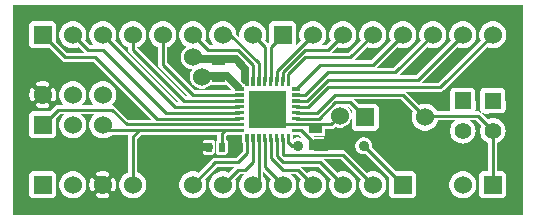
<source format=gbr>
G04 start of page 2 for group 0 idx 0 *
G04 Title: (unknown), component *
G04 Creator: pcb 20110918 *
G04 CreationDate: Tue Aug  6 21:11:03 2013 UTC *
G04 For: mokus *
G04 Format: Gerber/RS-274X *
G04 PCB-Dimensions: 170000 70000 *
G04 PCB-Coordinate-Origin: lower left *
%MOIN*%
%FSLAX25Y25*%
%LNTOP*%
%ADD76C,0.0280*%
%ADD75C,0.0300*%
%ADD74C,0.0380*%
%ADD73C,0.0200*%
%ADD72C,0.0350*%
%ADD71C,0.0360*%
%ADD70R,0.0335X0.0335*%
%ADD69R,0.0216X0.0216*%
%ADD68R,0.0110X0.0110*%
%ADD67C,0.0550*%
%ADD66C,0.0600*%
%ADD65C,0.0400*%
%ADD64C,0.0100*%
%ADD63C,0.0250*%
%ADD62C,0.0001*%
G54D62*G36*
X96449Y25675D02*Y25396D01*
X96275Y25503D01*
X95868Y25671D01*
X95439Y25774D01*
X95000Y25809D01*
X94561Y25774D01*
X94132Y25671D01*
X93725Y25503D01*
X93505Y25368D01*
X93436Y25326D01*
X93432Y26561D01*
X95556Y26568D01*
X96449Y25675D01*
G37*
G36*
X170000Y70000D02*Y0D01*
X160000D01*
Y5507D01*
X163235Y5514D01*
X163465Y5569D01*
X163683Y5659D01*
X163884Y5783D01*
X164064Y5936D01*
X164217Y6116D01*
X164341Y6317D01*
X164431Y6535D01*
X164486Y6765D01*
X164500Y7000D01*
X164486Y13235D01*
X164431Y13465D01*
X164341Y13683D01*
X164217Y13884D01*
X164064Y14064D01*
X163884Y14217D01*
X163683Y14341D01*
X163465Y14431D01*
X163235Y14486D01*
X163000Y14500D01*
X161500Y14497D01*
Y24007D01*
X161935Y24188D01*
X162506Y24537D01*
X163014Y24972D01*
X163449Y25480D01*
X163798Y26051D01*
X164054Y26669D01*
X164211Y27319D01*
X164250Y27986D01*
X164211Y28653D01*
X164054Y29303D01*
X163798Y29921D01*
X163449Y30492D01*
X163014Y31000D01*
X162506Y31435D01*
X161935Y31784D01*
X161317Y32040D01*
X160667Y32197D01*
X160000Y32249D01*
Y33743D01*
X162985Y33750D01*
X163215Y33805D01*
X163433Y33895D01*
X163634Y34019D01*
X163814Y34172D01*
X163967Y34352D01*
X164091Y34553D01*
X164181Y34771D01*
X164236Y35001D01*
X164250Y35236D01*
X164236Y40971D01*
X164181Y41201D01*
X164091Y41419D01*
X163967Y41620D01*
X163814Y41800D01*
X163634Y41953D01*
X163433Y42077D01*
X163215Y42167D01*
X162985Y42222D01*
X162750Y42236D01*
X160000Y42229D01*
Y55486D01*
X160706Y55542D01*
X161395Y55707D01*
X162049Y55978D01*
X162653Y56348D01*
X163192Y56808D01*
X163652Y57347D01*
X164022Y57951D01*
X164293Y58605D01*
X164458Y59294D01*
X164500Y60000D01*
X164458Y60706D01*
X164293Y61395D01*
X164022Y62049D01*
X163652Y62653D01*
X163192Y63192D01*
X162653Y63652D01*
X162049Y64022D01*
X161395Y64293D01*
X160706Y64458D01*
X160000Y64514D01*
Y70000D01*
X170000D01*
G37*
G36*
X160000Y32249D02*X159333Y32197D01*
X158683Y32040D01*
X158257Y31864D01*
X156102Y34019D01*
X156064Y34064D01*
X155884Y34217D01*
X155683Y34341D01*
X155465Y34431D01*
X155235Y34486D01*
X155000Y34505D01*
X154941Y34500D01*
X154050D01*
X154091Y34567D01*
X154181Y34785D01*
X154236Y35015D01*
X154250Y35250D01*
X154236Y40985D01*
X154181Y41215D01*
X154091Y41433D01*
X153967Y41634D01*
X153814Y41814D01*
X153634Y41967D01*
X153433Y42091D01*
X153215Y42181D01*
X152985Y42236D01*
X152750Y42250D01*
X147015Y42236D01*
X146785Y42181D01*
X146567Y42091D01*
X146366Y41967D01*
X146186Y41814D01*
X146033Y41634D01*
X145909Y41433D01*
X145819Y41215D01*
X145764Y40985D01*
X145750Y40750D01*
X145764Y35015D01*
X145819Y34785D01*
X145909Y34567D01*
X145950Y34500D01*
X141542D01*
X141522Y34549D01*
X141152Y35153D01*
X140692Y35692D01*
X140153Y36152D01*
X139549Y36522D01*
X138895Y36793D01*
X138206Y36958D01*
X137500Y37014D01*
X136794Y36958D01*
X136105Y36793D01*
X135556Y36565D01*
X131121Y41000D01*
X142441D01*
X142500Y40995D01*
X142735Y41014D01*
X142735Y41014D01*
X142965Y41069D01*
X143183Y41159D01*
X143384Y41283D01*
X143564Y41436D01*
X143602Y41481D01*
X158056Y55935D01*
X158605Y55707D01*
X159294Y55542D01*
X160000Y55486D01*
Y42229D01*
X157015Y42222D01*
X156785Y42167D01*
X156567Y42077D01*
X156366Y41953D01*
X156186Y41800D01*
X156033Y41620D01*
X155909Y41419D01*
X155819Y41201D01*
X155764Y40971D01*
X155750Y40736D01*
X155764Y35001D01*
X155819Y34771D01*
X155909Y34553D01*
X156033Y34352D01*
X156186Y34172D01*
X156366Y34019D01*
X156567Y33895D01*
X156785Y33805D01*
X157015Y33750D01*
X157250Y33736D01*
X160000Y33743D01*
Y32249D01*
G37*
G36*
Y0D02*X149993D01*
Y5487D01*
X150000Y5486D01*
X150706Y5542D01*
X151395Y5707D01*
X152049Y5978D01*
X152653Y6348D01*
X153192Y6808D01*
X153652Y7347D01*
X154022Y7951D01*
X154293Y8605D01*
X154458Y9294D01*
X154500Y10000D01*
X154458Y10706D01*
X154293Y11395D01*
X154022Y12049D01*
X153652Y12653D01*
X153192Y13192D01*
X152653Y13652D01*
X152049Y14022D01*
X151395Y14293D01*
X150706Y14458D01*
X150000Y14514D01*
X149993Y14513D01*
Y23737D01*
X150000Y23737D01*
X150667Y23789D01*
X151317Y23946D01*
X151935Y24202D01*
X152506Y24551D01*
X153014Y24986D01*
X153449Y25494D01*
X153798Y26065D01*
X154054Y26683D01*
X154211Y27333D01*
X154250Y28000D01*
X154211Y28667D01*
X154054Y29317D01*
X153798Y29935D01*
X153449Y30506D01*
X153014Y31014D01*
X152506Y31449D01*
X152422Y31500D01*
X154379D01*
X156130Y29749D01*
X155946Y29303D01*
X155789Y28653D01*
X155737Y27986D01*
X155789Y27319D01*
X155946Y26669D01*
X156202Y26051D01*
X156551Y25480D01*
X156986Y24972D01*
X157494Y24537D01*
X158065Y24188D01*
X158500Y24007D01*
Y14490D01*
X156765Y14486D01*
X156535Y14431D01*
X156317Y14341D01*
X156116Y14217D01*
X155936Y14064D01*
X155783Y13884D01*
X155659Y13683D01*
X155569Y13465D01*
X155514Y13235D01*
X155500Y13000D01*
X155514Y6765D01*
X155569Y6535D01*
X155659Y6317D01*
X155783Y6116D01*
X155936Y5936D01*
X156116Y5783D01*
X156317Y5659D01*
X156535Y5569D01*
X156765Y5514D01*
X157000Y5500D01*
X160000Y5507D01*
Y0D01*
G37*
G36*
X149993D02*X124346D01*
Y8825D01*
X124458Y9294D01*
X124500Y10000D01*
X124458Y10706D01*
X124346Y11175D01*
Y13533D01*
X125501Y12377D01*
X125514Y6765D01*
X125569Y6535D01*
X125659Y6317D01*
X125783Y6116D01*
X125936Y5936D01*
X126116Y5783D01*
X126317Y5659D01*
X126535Y5569D01*
X126765Y5514D01*
X127000Y5500D01*
X133235Y5514D01*
X133465Y5569D01*
X133683Y5659D01*
X133884Y5783D01*
X134064Y5936D01*
X134217Y6116D01*
X134341Y6317D01*
X134431Y6535D01*
X134486Y6765D01*
X134500Y7000D01*
X134486Y13235D01*
X134431Y13465D01*
X134341Y13683D01*
X134217Y13884D01*
X134064Y14064D01*
X133884Y14217D01*
X133683Y14341D01*
X133465Y14431D01*
X133235Y14486D01*
X133000Y14500D01*
X127633Y14488D01*
X124346Y17776D01*
Y38500D01*
X129379D01*
X133435Y34444D01*
X133207Y33895D01*
X133042Y33206D01*
X132986Y32500D01*
X133042Y31794D01*
X133207Y31105D01*
X133478Y30451D01*
X133848Y29847D01*
X134308Y29308D01*
X134847Y28848D01*
X135451Y28478D01*
X136105Y28207D01*
X136794Y28042D01*
X137500Y27986D01*
X138206Y28042D01*
X138895Y28207D01*
X139549Y28478D01*
X140153Y28848D01*
X140692Y29308D01*
X141152Y29847D01*
X141522Y30451D01*
X141793Y31105D01*
X141888Y31500D01*
X147578D01*
X147494Y31449D01*
X146986Y31014D01*
X146551Y30506D01*
X146202Y29935D01*
X145946Y29317D01*
X145789Y28667D01*
X145737Y28000D01*
X145789Y27333D01*
X145946Y26683D01*
X146202Y26065D01*
X146551Y25494D01*
X146986Y24986D01*
X147494Y24551D01*
X148065Y24202D01*
X148683Y23946D01*
X149333Y23789D01*
X149993Y23737D01*
Y14513D01*
X149294Y14458D01*
X148605Y14293D01*
X147951Y14022D01*
X147347Y13652D01*
X146808Y13192D01*
X146348Y12653D01*
X145978Y12049D01*
X145707Y11395D01*
X145542Y10706D01*
X145486Y10000D01*
X145542Y9294D01*
X145707Y8605D01*
X145978Y7951D01*
X146348Y7347D01*
X146808Y6808D01*
X147347Y6348D01*
X147951Y5978D01*
X148605Y5707D01*
X149294Y5542D01*
X149993Y5487D01*
Y0D01*
G37*
G36*
X160000Y70000D02*Y64514D01*
X159294Y64458D01*
X158605Y64293D01*
X157951Y64022D01*
X157347Y63652D01*
X156808Y63192D01*
X156348Y62653D01*
X155978Y62049D01*
X155707Y61395D01*
X155542Y60706D01*
X155486Y60000D01*
X155542Y59294D01*
X155707Y58605D01*
X155935Y58056D01*
X141879Y44000D01*
X136121D01*
X148056Y55935D01*
X148605Y55707D01*
X149294Y55542D01*
X150000Y55486D01*
X150706Y55542D01*
X151395Y55707D01*
X152049Y55978D01*
X152653Y56348D01*
X153192Y56808D01*
X153652Y57347D01*
X154022Y57951D01*
X154293Y58605D01*
X154458Y59294D01*
X154500Y60000D01*
X154458Y60706D01*
X154293Y61395D01*
X154022Y62049D01*
X153652Y62653D01*
X153192Y63192D01*
X152653Y63652D01*
X152049Y64022D01*
X151395Y64293D01*
X150706Y64458D01*
X150000Y64514D01*
X149294Y64458D01*
X148605Y64293D01*
X147951Y64022D01*
X147347Y63652D01*
X146808Y63192D01*
X146348Y62653D01*
X145978Y62049D01*
X145707Y61395D01*
X145542Y60706D01*
X145486Y60000D01*
X145542Y59294D01*
X145707Y58605D01*
X145935Y58056D01*
X134379Y46500D01*
X128621D01*
X138056Y55935D01*
X138605Y55707D01*
X139294Y55542D01*
X140000Y55486D01*
X140706Y55542D01*
X141395Y55707D01*
X142049Y55978D01*
X142653Y56348D01*
X143192Y56808D01*
X143652Y57347D01*
X144022Y57951D01*
X144293Y58605D01*
X144458Y59294D01*
X144500Y60000D01*
X144458Y60706D01*
X144293Y61395D01*
X144022Y62049D01*
X143652Y62653D01*
X143192Y63192D01*
X142653Y63652D01*
X142049Y64022D01*
X141395Y64293D01*
X140706Y64458D01*
X140000Y64514D01*
X139294Y64458D01*
X138605Y64293D01*
X137951Y64022D01*
X137347Y63652D01*
X136808Y63192D01*
X136348Y62653D01*
X135978Y62049D01*
X135707Y61395D01*
X135542Y60706D01*
X135486Y60000D01*
X135542Y59294D01*
X135707Y58605D01*
X135935Y58056D01*
X126879Y49000D01*
X124346D01*
Y52224D01*
X128056Y55935D01*
X128605Y55707D01*
X129294Y55542D01*
X130000Y55486D01*
X130706Y55542D01*
X131395Y55707D01*
X132049Y55978D01*
X132653Y56348D01*
X133192Y56808D01*
X133652Y57347D01*
X134022Y57951D01*
X134293Y58605D01*
X134458Y59294D01*
X134500Y60000D01*
X134458Y60706D01*
X134293Y61395D01*
X134022Y62049D01*
X133652Y62653D01*
X133192Y63192D01*
X132653Y63652D01*
X132049Y64022D01*
X131395Y64293D01*
X130706Y64458D01*
X130000Y64514D01*
X129294Y64458D01*
X128605Y64293D01*
X127951Y64022D01*
X127347Y63652D01*
X126808Y63192D01*
X126348Y62653D01*
X125978Y62049D01*
X125707Y61395D01*
X125542Y60706D01*
X125486Y60000D01*
X125542Y59294D01*
X125707Y58605D01*
X125935Y58056D01*
X124346Y56467D01*
Y58825D01*
X124458Y59294D01*
X124500Y60000D01*
X124458Y60706D01*
X124346Y61175D01*
Y70000D01*
X160000D01*
G37*
G36*
X124346Y56467D02*X119379Y51500D01*
X113621D01*
X118056Y55935D01*
X118605Y55707D01*
X119294Y55542D01*
X120000Y55486D01*
X120706Y55542D01*
X121395Y55707D01*
X122049Y55978D01*
X122653Y56348D01*
X123192Y56808D01*
X123652Y57347D01*
X124022Y57951D01*
X124293Y58605D01*
X124346Y58825D01*
Y56467D01*
G37*
G36*
Y49000D02*X121121D01*
X124346Y52224D01*
Y49000D01*
G37*
G36*
Y11175D02*X124293Y11395D01*
X124022Y12049D01*
X123652Y12653D01*
X123192Y13192D01*
X122653Y13652D01*
X122049Y14022D01*
X121395Y14293D01*
X120706Y14458D01*
X120000Y14514D01*
X119294Y14458D01*
X118605Y14293D01*
X118056Y14065D01*
X111102Y21019D01*
X111064Y21064D01*
X110884Y21217D01*
X110683Y21341D01*
X110465Y21431D01*
X110235Y21486D01*
X110235Y21486D01*
X110000Y21505D01*
X109941Y21500D01*
X104161D01*
X104165Y21572D01*
X104156Y25075D01*
X104119Y25228D01*
X104059Y25373D01*
X103977Y25508D01*
X103874Y25627D01*
X103755Y25730D01*
X103620Y25812D01*
X103475Y25872D01*
X103322Y25909D01*
X103165Y25918D01*
X100454Y25912D01*
X100281Y26085D01*
X103322Y26091D01*
X103475Y26128D01*
X103620Y26188D01*
X103755Y26270D01*
X103874Y26373D01*
X103977Y26492D01*
X104059Y26627D01*
X104119Y26772D01*
X104156Y26925D01*
X104165Y27082D01*
X104161Y28579D01*
X106020D01*
X106079Y28574D01*
X106314Y28593D01*
X106314Y28593D01*
X106544Y28648D01*
X106762Y28738D01*
X106963Y28862D01*
X107143Y29015D01*
X107181Y29060D01*
X107439Y29317D01*
X107760Y29184D01*
X108372Y29037D01*
X109000Y28988D01*
X109628Y29037D01*
X110240Y29184D01*
X110822Y29425D01*
X111358Y29754D01*
X111837Y30163D01*
X112246Y30642D01*
X112575Y31178D01*
X112816Y31760D01*
X112963Y32372D01*
X113000Y33000D01*
X112963Y33628D01*
X112816Y34240D01*
X112575Y34822D01*
X112246Y35358D01*
X111837Y35837D01*
X111646Y36000D01*
X111879D01*
X113001Y34877D01*
X113014Y29265D01*
X113069Y29035D01*
X113159Y28817D01*
X113283Y28616D01*
X113436Y28436D01*
X113616Y28283D01*
X113817Y28159D01*
X114035Y28069D01*
X114265Y28014D01*
X114500Y28000D01*
X120735Y28014D01*
X120965Y28069D01*
X121183Y28159D01*
X121384Y28283D01*
X121564Y28436D01*
X121717Y28616D01*
X121841Y28817D01*
X121931Y29035D01*
X121986Y29265D01*
X122000Y29500D01*
X121986Y35735D01*
X121931Y35965D01*
X121841Y36183D01*
X121717Y36384D01*
X121564Y36564D01*
X121384Y36717D01*
X121183Y36841D01*
X120965Y36931D01*
X120735Y36986D01*
X120500Y37000D01*
X115133Y36988D01*
X113621Y38500D01*
X124346D01*
Y17776D01*
X119733Y22389D01*
X119774Y22561D01*
X119800Y23000D01*
X119774Y23439D01*
X119671Y23868D01*
X119503Y24275D01*
X119272Y24651D01*
X118986Y24986D01*
X118651Y25272D01*
X118275Y25503D01*
X117868Y25671D01*
X117439Y25774D01*
X117000Y25809D01*
X116561Y25774D01*
X116132Y25671D01*
X115725Y25503D01*
X115349Y25272D01*
X115014Y24986D01*
X114728Y24651D01*
X114497Y24275D01*
X114329Y23868D01*
X114226Y23439D01*
X114191Y23000D01*
X114226Y22561D01*
X114329Y22132D01*
X114497Y21725D01*
X114728Y21349D01*
X115014Y21014D01*
X115349Y20728D01*
X115725Y20497D01*
X116132Y20329D01*
X116561Y20226D01*
X117000Y20191D01*
X117439Y20226D01*
X117611Y20267D01*
X124346Y13533D01*
Y11175D01*
G37*
G36*
Y0D02*X85000D01*
Y12879D01*
X85935Y11944D01*
X85707Y11395D01*
X85542Y10706D01*
X85486Y10000D01*
X85542Y9294D01*
X85707Y8605D01*
X85978Y7951D01*
X86348Y7347D01*
X86808Y6808D01*
X87347Y6348D01*
X87951Y5978D01*
X88605Y5707D01*
X89294Y5542D01*
X90000Y5486D01*
X90706Y5542D01*
X91395Y5707D01*
X92049Y5978D01*
X92653Y6348D01*
X93192Y6808D01*
X93652Y7347D01*
X94022Y7951D01*
X94293Y8605D01*
X94458Y9294D01*
X94500Y10000D01*
X94458Y10706D01*
X94293Y11395D01*
X94022Y12049D01*
X93652Y12653D01*
X93192Y13192D01*
X92831Y13500D01*
X94379D01*
X95935Y11944D01*
X95707Y11395D01*
X95542Y10706D01*
X95486Y10000D01*
X95542Y9294D01*
X95707Y8605D01*
X95978Y7951D01*
X96348Y7347D01*
X96808Y6808D01*
X97347Y6348D01*
X97951Y5978D01*
X98605Y5707D01*
X99294Y5542D01*
X100000Y5486D01*
X100706Y5542D01*
X101395Y5707D01*
X102049Y5978D01*
X102653Y6348D01*
X103192Y6808D01*
X103652Y7347D01*
X104022Y7951D01*
X104293Y8605D01*
X104458Y9294D01*
X104500Y10000D01*
X104458Y10706D01*
X104293Y11395D01*
X104022Y12049D01*
X103652Y12653D01*
X103192Y13192D01*
X102653Y13652D01*
X102049Y14022D01*
X101395Y14293D01*
X100706Y14458D01*
X100000Y14514D01*
X99294Y14458D01*
X98605Y14293D01*
X98056Y14065D01*
X96121Y16000D01*
X101879D01*
X105935Y11944D01*
X105707Y11395D01*
X105542Y10706D01*
X105486Y10000D01*
X105542Y9294D01*
X105707Y8605D01*
X105978Y7951D01*
X106348Y7347D01*
X106808Y6808D01*
X107347Y6348D01*
X107951Y5978D01*
X108605Y5707D01*
X109294Y5542D01*
X110000Y5486D01*
X110706Y5542D01*
X111395Y5707D01*
X112049Y5978D01*
X112653Y6348D01*
X113192Y6808D01*
X113652Y7347D01*
X114022Y7951D01*
X114293Y8605D01*
X114458Y9294D01*
X114500Y10000D01*
X114458Y10706D01*
X114293Y11395D01*
X114022Y12049D01*
X113652Y12653D01*
X113192Y13192D01*
X112653Y13652D01*
X112049Y14022D01*
X111395Y14293D01*
X110706Y14458D01*
X110000Y14514D01*
X109294Y14458D01*
X108605Y14293D01*
X108056Y14065D01*
X103621Y18500D01*
X109379D01*
X115935Y11944D01*
X115707Y11395D01*
X115542Y10706D01*
X115486Y10000D01*
X115542Y9294D01*
X115707Y8605D01*
X115978Y7951D01*
X116348Y7347D01*
X116808Y6808D01*
X117347Y6348D01*
X117951Y5978D01*
X118605Y5707D01*
X119294Y5542D01*
X120000Y5486D01*
X120706Y5542D01*
X121395Y5707D01*
X122049Y5978D01*
X122653Y6348D01*
X123192Y6808D01*
X123652Y7347D01*
X124022Y7951D01*
X124293Y8605D01*
X124346Y8825D01*
Y0D01*
G37*
G36*
Y70000D02*Y61175D01*
X124293Y61395D01*
X124022Y62049D01*
X123652Y62653D01*
X123192Y63192D01*
X122653Y63652D01*
X122049Y64022D01*
X121395Y64293D01*
X120706Y64458D01*
X120000Y64514D01*
X119294Y64458D01*
X118605Y64293D01*
X117951Y64022D01*
X117347Y63652D01*
X116808Y63192D01*
X116348Y62653D01*
X115978Y62049D01*
X115707Y61395D01*
X115542Y60706D01*
X115486Y60000D01*
X115542Y59294D01*
X115707Y58605D01*
X115935Y58056D01*
X111879Y54000D01*
X106121D01*
X108056Y55935D01*
X108605Y55707D01*
X109294Y55542D01*
X110000Y55486D01*
X110706Y55542D01*
X111395Y55707D01*
X112049Y55978D01*
X112653Y56348D01*
X113192Y56808D01*
X113652Y57347D01*
X114022Y57951D01*
X114293Y58605D01*
X114458Y59294D01*
X114500Y60000D01*
X114458Y60706D01*
X114293Y61395D01*
X114022Y62049D01*
X113652Y62653D01*
X113192Y63192D01*
X112653Y63652D01*
X112049Y64022D01*
X111395Y64293D01*
X110706Y64458D01*
X110000Y64514D01*
X109294Y64458D01*
X108605Y64293D01*
X107951Y64022D01*
X107347Y63652D01*
X106808Y63192D01*
X106348Y62653D01*
X105978Y62049D01*
X105707Y61395D01*
X105542Y60706D01*
X105486Y60000D01*
X105542Y59294D01*
X105707Y58605D01*
X105935Y58056D01*
X104379Y56500D01*
X102831D01*
X103192Y56808D01*
X103652Y57347D01*
X104022Y57951D01*
X104293Y58605D01*
X104458Y59294D01*
X104500Y60000D01*
X104458Y60706D01*
X104293Y61395D01*
X104022Y62049D01*
X103652Y62653D01*
X103192Y63192D01*
X102653Y63652D01*
X102049Y64022D01*
X101395Y64293D01*
X100706Y64458D01*
X100000Y64514D01*
X99294Y64458D01*
X98605Y64293D01*
X97951Y64022D01*
X97347Y63652D01*
X96808Y63192D01*
X96348Y62653D01*
X95978Y62049D01*
X95707Y61395D01*
X95542Y60706D01*
X95486Y60000D01*
X95542Y59294D01*
X95707Y58605D01*
X95935Y58056D01*
X94436Y56558D01*
X94486Y56765D01*
X94500Y57000D01*
X94486Y63235D01*
X94431Y63465D01*
X94341Y63683D01*
X94217Y63884D01*
X94064Y64064D01*
X93884Y64217D01*
X93683Y64341D01*
X93465Y64431D01*
X93235Y64486D01*
X93000Y64500D01*
X86765Y64486D01*
X86535Y64431D01*
X86317Y64341D01*
X86116Y64217D01*
X85936Y64064D01*
X85783Y63884D01*
X85659Y63683D01*
X85569Y63465D01*
X85514Y63235D01*
X85500Y63000D01*
X85512Y57633D01*
X85000Y57121D01*
Y70000D01*
X124346D01*
G37*
G36*
X65335Y13214D02*X68121Y16000D01*
X73879D01*
X71944Y14065D01*
X71395Y14293D01*
X70706Y14458D01*
X70000Y14514D01*
X69294Y14458D01*
X68605Y14293D01*
X67951Y14022D01*
X67347Y13652D01*
X66808Y13192D01*
X66348Y12653D01*
X65978Y12049D01*
X65707Y11395D01*
X65542Y10706D01*
X65486Y10000D01*
X65542Y9294D01*
X65707Y8605D01*
X65978Y7951D01*
X66348Y7347D01*
X66808Y6808D01*
X67347Y6348D01*
X67951Y5978D01*
X68605Y5707D01*
X69294Y5542D01*
X70000Y5486D01*
X70706Y5542D01*
X71395Y5707D01*
X72049Y5978D01*
X72653Y6348D01*
X73192Y6808D01*
X73652Y7347D01*
X74022Y7951D01*
X74293Y8605D01*
X74458Y9294D01*
X74500Y10000D01*
X74458Y10706D01*
X74293Y11395D01*
X74065Y11944D01*
X75621Y13500D01*
X77169D01*
X76808Y13192D01*
X76348Y12653D01*
X75978Y12049D01*
X75707Y11395D01*
X75542Y10706D01*
X75486Y10000D01*
X75542Y9294D01*
X75707Y8605D01*
X75978Y7951D01*
X76348Y7347D01*
X76808Y6808D01*
X77347Y6348D01*
X77951Y5978D01*
X78605Y5707D01*
X79294Y5542D01*
X80000Y5486D01*
X80706Y5542D01*
X81395Y5707D01*
X82049Y5978D01*
X82653Y6348D01*
X83192Y6808D01*
X83652Y7347D01*
X84022Y7951D01*
X84293Y8605D01*
X84458Y9294D01*
X84500Y10000D01*
X84458Y10706D01*
X84293Y11395D01*
X84022Y12049D01*
X83652Y12653D01*
X83548Y12775D01*
Y14331D01*
X85000Y12879D01*
Y0D01*
X65335D01*
Y13214D01*
G37*
G36*
Y26611D02*X68165D01*
Y24885D01*
X68160Y24883D01*
X68127Y24869D01*
X67993Y24787D01*
X67873Y24685D01*
X67771Y24565D01*
X67689Y24431D01*
X67629Y24285D01*
X67592Y24132D01*
X67582Y23976D01*
X67592Y20868D01*
X67629Y20715D01*
X67689Y20569D01*
X67771Y20435D01*
X67873Y20315D01*
X67993Y20213D01*
X68127Y20131D01*
X68273Y20071D01*
X68426Y20034D01*
X68582Y20024D01*
X70904Y20034D01*
X71057Y20071D01*
X71203Y20131D01*
X71337Y20213D01*
X71457Y20315D01*
X71559Y20435D01*
X71641Y20569D01*
X71701Y20715D01*
X71738Y20868D01*
X71748Y21024D01*
X71738Y24132D01*
X71701Y24285D01*
X71641Y24431D01*
X71559Y24565D01*
X71457Y24685D01*
X71337Y24787D01*
X71203Y24869D01*
X71170Y24883D01*
X71165Y24885D01*
Y26266D01*
X71510Y26611D01*
X73852D01*
X73864Y26606D01*
X74017Y26569D01*
X74174Y26560D01*
X76561Y26568D01*
X76569Y24017D01*
X76606Y23864D01*
X76611Y23852D01*
Y21232D01*
X74379Y19000D01*
X67559D01*
X67500Y19005D01*
X67265Y18986D01*
X67035Y18931D01*
X66817Y18841D01*
X66616Y18717D01*
X66615Y18717D01*
X66436Y18564D01*
X66398Y18519D01*
X65335Y17456D01*
Y20029D01*
X66574Y20034D01*
X66727Y20071D01*
X66873Y20131D01*
X67007Y20213D01*
X67127Y20315D01*
X67229Y20435D01*
X67311Y20569D01*
X67371Y20715D01*
X67408Y20868D01*
X67418Y21024D01*
X67408Y24132D01*
X67371Y24285D01*
X67311Y24431D01*
X67229Y24565D01*
X67127Y24685D01*
X67007Y24787D01*
X66873Y24869D01*
X66727Y24929D01*
X66574Y24966D01*
X66418Y24976D01*
X65335Y24971D01*
Y26611D01*
G37*
G36*
X33613D02*X38630D01*
X38569Y26465D01*
X38514Y26235D01*
X38514Y26235D01*
X38495Y26000D01*
X38500Y25941D01*
Y14249D01*
X37951Y14022D01*
X37347Y13652D01*
X36808Y13192D01*
X36348Y12653D01*
X35978Y12049D01*
X35707Y11395D01*
X35542Y10706D01*
X35486Y10000D01*
X35542Y9294D01*
X35707Y8605D01*
X35753Y8495D01*
X35978Y7951D01*
X36348Y7347D01*
X36808Y6808D01*
X37347Y6348D01*
X37951Y5978D01*
X38605Y5707D01*
X39294Y5542D01*
X40000Y5486D01*
X40706Y5542D01*
X41395Y5707D01*
X42049Y5978D01*
X42653Y6348D01*
X43192Y6808D01*
X43652Y7347D01*
X44022Y7951D01*
X44247Y8495D01*
X44293Y8605D01*
X44458Y9294D01*
X44500Y10000D01*
X44458Y10706D01*
X44293Y11395D01*
X44022Y12049D01*
X43652Y12653D01*
X43192Y13192D01*
X42653Y13652D01*
X42049Y14022D01*
X41500Y14249D01*
Y25379D01*
X42732Y26611D01*
X65335D01*
Y24971D01*
X64096Y24966D01*
X63943Y24929D01*
X63797Y24869D01*
X63663Y24787D01*
X63543Y24685D01*
X63441Y24565D01*
X63359Y24431D01*
X63299Y24285D01*
X63262Y24132D01*
X63252Y23976D01*
X63262Y20868D01*
X63299Y20715D01*
X63359Y20569D01*
X63441Y20435D01*
X63543Y20315D01*
X63663Y20213D01*
X63797Y20131D01*
X63943Y20071D01*
X64096Y20034D01*
X64252Y20024D01*
X65335Y20029D01*
Y17456D01*
X61944Y14065D01*
X61395Y14293D01*
X60706Y14458D01*
X60000Y14514D01*
X59294Y14458D01*
X58605Y14293D01*
X57951Y14022D01*
X57347Y13652D01*
X56808Y13192D01*
X56348Y12653D01*
X55978Y12049D01*
X55707Y11395D01*
X55542Y10706D01*
X55486Y10000D01*
X55542Y9294D01*
X55707Y8605D01*
X55753Y8495D01*
X55978Y7951D01*
X56348Y7347D01*
X56808Y6808D01*
X57347Y6348D01*
X57951Y5978D01*
X58605Y5707D01*
X59294Y5542D01*
X60000Y5486D01*
X60706Y5542D01*
X61395Y5707D01*
X62049Y5978D01*
X62653Y6348D01*
X63192Y6808D01*
X63652Y7347D01*
X64022Y7951D01*
X64293Y8605D01*
X64458Y9294D01*
X64500Y10000D01*
X64458Y10706D01*
X64293Y11395D01*
X64065Y11944D01*
X65335Y13214D01*
Y0D01*
X33613D01*
Y7853D01*
X33656Y7860D01*
X33768Y7897D01*
X33873Y7952D01*
X33968Y8022D01*
X34051Y8106D01*
X34119Y8202D01*
X34170Y8308D01*
X34238Y8495D01*
X34318Y8716D01*
X34422Y9137D01*
X34484Y9567D01*
X34505Y10000D01*
X34484Y10433D01*
X34422Y10863D01*
X34318Y11284D01*
X34175Y11694D01*
X34122Y11800D01*
X34053Y11896D01*
X33970Y11981D01*
X33875Y12051D01*
X33769Y12106D01*
X33657Y12143D01*
X33613Y12151D01*
Y26611D01*
G37*
G36*
X30002Y25486D02*X30706Y25542D01*
X31395Y25707D01*
X32049Y25978D01*
X32653Y26348D01*
X32961Y26611D01*
X33613D01*
Y12151D01*
X33540Y12163D01*
X33421Y12164D01*
X33304Y12146D01*
X33191Y12110D01*
X33085Y12057D01*
X32988Y11988D01*
X32904Y11905D01*
X32833Y11809D01*
X32779Y11704D01*
X32741Y11592D01*
X32722Y11475D01*
X32721Y11356D01*
X32739Y11239D01*
X32777Y11126D01*
X32876Y10855D01*
X32944Y10575D01*
X32986Y10289D01*
X33000Y10000D01*
X32986Y9711D01*
X32944Y9425D01*
X32876Y9145D01*
X32780Y8872D01*
X32742Y8761D01*
X32725Y8644D01*
X32725Y8526D01*
X32730Y8495D01*
X32745Y8409D01*
X32782Y8297D01*
X32836Y8193D01*
X32906Y8098D01*
X32991Y8015D01*
X33087Y7946D01*
X33192Y7893D01*
X33305Y7857D01*
X33421Y7840D01*
X33539Y7841D01*
X33613Y7853D01*
Y0D01*
X30002D01*
Y5495D01*
X30433Y5516D01*
X30863Y5578D01*
X31284Y5682D01*
X31694Y5825D01*
X31800Y5878D01*
X31896Y5947D01*
X31981Y6030D01*
X32051Y6125D01*
X32106Y6231D01*
X32143Y6343D01*
X32163Y6460D01*
X32164Y6579D01*
X32146Y6696D01*
X32110Y6809D01*
X32057Y6915D01*
X31988Y7012D01*
X31905Y7096D01*
X31809Y7167D01*
X31704Y7221D01*
X31592Y7259D01*
X31475Y7278D01*
X31356Y7279D01*
X31239Y7261D01*
X31126Y7223D01*
X30855Y7124D01*
X30575Y7056D01*
X30289Y7014D01*
X30002Y7000D01*
Y13000D01*
X30289Y12986D01*
X30575Y12944D01*
X30855Y12876D01*
X31128Y12780D01*
X31239Y12742D01*
X31356Y12725D01*
X31474Y12725D01*
X31591Y12745D01*
X31703Y12782D01*
X31807Y12836D01*
X31902Y12906D01*
X31985Y12991D01*
X32054Y13087D01*
X32107Y13192D01*
X32143Y13305D01*
X32160Y13421D01*
X32159Y13539D01*
X32140Y13656D01*
X32103Y13768D01*
X32048Y13873D01*
X31978Y13968D01*
X31894Y14051D01*
X31798Y14119D01*
X31692Y14170D01*
X31284Y14318D01*
X30863Y14422D01*
X30433Y14484D01*
X30002Y14505D01*
Y25486D01*
G37*
G36*
X26387Y27302D02*X26808Y26808D01*
X27347Y26348D01*
X27951Y25978D01*
X28605Y25707D01*
X29294Y25542D01*
X30000Y25486D01*
X30002Y25486D01*
Y14505D01*
X30000Y14505D01*
X29567Y14484D01*
X29137Y14422D01*
X28716Y14318D01*
X28306Y14175D01*
X28200Y14122D01*
X28104Y14053D01*
X28019Y13970D01*
X27949Y13875D01*
X27894Y13769D01*
X27857Y13657D01*
X27837Y13540D01*
X27836Y13421D01*
X27854Y13304D01*
X27890Y13191D01*
X27943Y13085D01*
X28012Y12988D01*
X28095Y12904D01*
X28191Y12833D01*
X28296Y12779D01*
X28408Y12741D01*
X28525Y12722D01*
X28644Y12721D01*
X28761Y12739D01*
X28874Y12777D01*
X29145Y12876D01*
X29425Y12944D01*
X29711Y12986D01*
X30000Y13000D01*
X30002Y13000D01*
Y7000D01*
X30000Y7000D01*
X29711Y7014D01*
X29425Y7056D01*
X29145Y7124D01*
X28872Y7220D01*
X28761Y7258D01*
X28644Y7275D01*
X28526Y7275D01*
X28409Y7255D01*
X28297Y7218D01*
X28193Y7164D01*
X28098Y7094D01*
X28015Y7009D01*
X27946Y6913D01*
X27893Y6808D01*
X27857Y6695D01*
X27840Y6579D01*
X27841Y6461D01*
X27860Y6344D01*
X27897Y6232D01*
X27952Y6127D01*
X28022Y6032D01*
X28106Y5949D01*
X28202Y5881D01*
X28308Y5830D01*
X28716Y5682D01*
X29137Y5578D01*
X29567Y5516D01*
X30000Y5495D01*
X30002Y5495D01*
Y0D01*
X26387D01*
Y7849D01*
X26460Y7837D01*
X26579Y7836D01*
X26696Y7854D01*
X26809Y7890D01*
X26915Y7943D01*
X27012Y8012D01*
X27096Y8095D01*
X27167Y8191D01*
X27221Y8296D01*
X27259Y8408D01*
X27273Y8495D01*
X27278Y8525D01*
X27279Y8644D01*
X27261Y8761D01*
X27223Y8874D01*
X27124Y9145D01*
X27056Y9425D01*
X27014Y9711D01*
X27000Y10000D01*
X27014Y10289D01*
X27056Y10575D01*
X27124Y10855D01*
X27220Y11128D01*
X27258Y11239D01*
X27275Y11356D01*
X27275Y11474D01*
X27255Y11591D01*
X27218Y11703D01*
X27164Y11807D01*
X27094Y11902D01*
X27009Y11985D01*
X26913Y12054D01*
X26808Y12107D01*
X26695Y12143D01*
X26579Y12160D01*
X26461Y12159D01*
X26387Y12147D01*
Y27302D01*
G37*
G36*
Y33500D02*X27169D01*
X26808Y33192D01*
X26387Y32698D01*
Y33500D01*
G37*
G36*
X19993Y25487D02*X20000Y25486D01*
X20706Y25542D01*
X21395Y25707D01*
X22049Y25978D01*
X22653Y26348D01*
X23192Y26808D01*
X23652Y27347D01*
X24022Y27951D01*
X24247Y28495D01*
X24293Y28605D01*
X24458Y29294D01*
X24500Y30000D01*
X24458Y30706D01*
X24293Y31395D01*
X24022Y32049D01*
X23652Y32653D01*
X23192Y33192D01*
X22836Y33495D01*
X22836D01*
X22831Y33500D01*
X26387D01*
Y32698D01*
X26348Y32653D01*
X25978Y32049D01*
X25707Y31395D01*
X25542Y30706D01*
X25486Y30000D01*
X25542Y29294D01*
X25707Y28605D01*
X25753Y28495D01*
X25978Y27951D01*
X26348Y27347D01*
X26387Y27302D01*
Y12147D01*
X26344Y12140D01*
X26232Y12103D01*
X26127Y12048D01*
X26032Y11978D01*
X25949Y11894D01*
X25881Y11798D01*
X25830Y11692D01*
X25682Y11284D01*
X25578Y10863D01*
X25516Y10433D01*
X25495Y10012D01*
X25495Y10000D01*
X25516Y9567D01*
X25578Y9137D01*
X25682Y8716D01*
X25759Y8495D01*
X25825Y8306D01*
X25878Y8200D01*
X25947Y8104D01*
X26030Y8019D01*
X26125Y7949D01*
X26231Y7894D01*
X26343Y7857D01*
X26387Y7849D01*
Y0D01*
X19993D01*
Y5487D01*
X20000Y5486D01*
X20706Y5542D01*
X21395Y5707D01*
X22049Y5978D01*
X22653Y6348D01*
X23192Y6808D01*
X23652Y7347D01*
X24022Y7951D01*
X24293Y8605D01*
X24458Y9294D01*
X24500Y10000D01*
X24458Y10706D01*
X24293Y11395D01*
X24022Y12049D01*
X23652Y12653D01*
X23192Y13192D01*
X22653Y13652D01*
X22049Y14022D01*
X21395Y14293D01*
X20706Y14458D01*
X20000Y14514D01*
X19993Y14513D01*
Y25487D01*
G37*
G36*
X13613Y25630D02*X13683Y25659D01*
X13884Y25783D01*
X14064Y25936D01*
X14217Y26116D01*
X14341Y26317D01*
X14418Y26505D01*
X14431Y26535D01*
X14486Y26765D01*
X14500Y27000D01*
X14490Y31505D01*
X14488Y32367D01*
X15621Y33500D01*
X17169D01*
X17164Y33495D01*
X17164D01*
X16808Y33192D01*
X16348Y32653D01*
X15978Y32049D01*
X15707Y31395D01*
X15542Y30706D01*
X15486Y30000D01*
X15542Y29294D01*
X15707Y28605D01*
X15978Y27951D01*
X16348Y27347D01*
X16808Y26808D01*
X17347Y26348D01*
X17951Y25978D01*
X18605Y25707D01*
X19294Y25542D01*
X19993Y25487D01*
Y14513D01*
X19294Y14458D01*
X18605Y14293D01*
X17951Y14022D01*
X17347Y13652D01*
X16808Y13192D01*
X16348Y12653D01*
X15978Y12049D01*
X15707Y11395D01*
X15542Y10706D01*
X15486Y10000D01*
X15542Y9294D01*
X15707Y8605D01*
X15978Y7951D01*
X16348Y7347D01*
X16808Y6808D01*
X17347Y6348D01*
X17951Y5978D01*
X18605Y5707D01*
X19294Y5542D01*
X19993Y5487D01*
Y0D01*
X13613D01*
Y5630D01*
X13683Y5659D01*
X13884Y5783D01*
X14064Y5936D01*
X14217Y6116D01*
X14341Y6317D01*
X14431Y6535D01*
X14486Y6765D01*
X14500Y7000D01*
X14486Y13235D01*
X14431Y13465D01*
X14341Y13683D01*
X14217Y13884D01*
X14064Y14064D01*
X13884Y14217D01*
X13683Y14341D01*
X13613Y14370D01*
Y25630D01*
G37*
G36*
Y54266D02*X16398Y51481D01*
X16436Y51436D01*
X16616Y51283D01*
X16817Y51159D01*
X17035Y51069D01*
X17265Y51014D01*
X17500Y50995D01*
X17559Y51000D01*
X26879D01*
X46300Y31579D01*
X38542D01*
X34102Y36019D01*
X34064Y36064D01*
X33884Y36217D01*
X33683Y36341D01*
X33465Y36431D01*
X33235Y36486D01*
X33000Y36505D01*
X32941Y36500D01*
X32831D01*
X33192Y36808D01*
X33652Y37347D01*
X34022Y37951D01*
X34293Y38605D01*
X34458Y39294D01*
X34500Y40000D01*
X34458Y40706D01*
X34293Y41395D01*
X34022Y42049D01*
X33652Y42653D01*
X33192Y43192D01*
X32653Y43652D01*
X32049Y44022D01*
X31395Y44293D01*
X30706Y44458D01*
X30000Y44514D01*
X29294Y44458D01*
X28605Y44293D01*
X27951Y44022D01*
X27347Y43652D01*
X26808Y43192D01*
X26348Y42653D01*
X25978Y42049D01*
X25707Y41395D01*
X25542Y40706D01*
X25486Y40000D01*
X25542Y39294D01*
X25707Y38605D01*
X25978Y37951D01*
X26348Y37347D01*
X26808Y36808D01*
X27169Y36500D01*
X22831D01*
X23192Y36808D01*
X23652Y37347D01*
X24022Y37951D01*
X24293Y38605D01*
X24458Y39294D01*
X24500Y40000D01*
X24458Y40706D01*
X24293Y41395D01*
X24022Y42049D01*
X23652Y42653D01*
X23192Y43192D01*
X22653Y43652D01*
X22049Y44022D01*
X21395Y44293D01*
X20706Y44458D01*
X20000Y44514D01*
X19294Y44458D01*
X18605Y44293D01*
X17951Y44022D01*
X17347Y43652D01*
X16808Y43192D01*
X16348Y42653D01*
X15978Y42049D01*
X15707Y41395D01*
X15542Y40706D01*
X15486Y40000D01*
X15542Y39294D01*
X15707Y38605D01*
X15978Y37951D01*
X16348Y37347D01*
X16808Y36808D01*
X17169Y36500D01*
X15059D01*
X15000Y36505D01*
X14765Y36486D01*
X14535Y36431D01*
X14317Y36341D01*
X14116Y36217D01*
X14115Y36217D01*
X13936Y36064D01*
X13898Y36019D01*
X13613Y35734D01*
Y37853D01*
X13656Y37860D01*
X13768Y37897D01*
X13873Y37952D01*
X13968Y38022D01*
X14051Y38106D01*
X14119Y38202D01*
X14170Y38308D01*
X14318Y38716D01*
X14422Y39137D01*
X14484Y39567D01*
X14505Y40000D01*
X14484Y40433D01*
X14422Y40863D01*
X14318Y41284D01*
X14175Y41694D01*
X14122Y41800D01*
X14053Y41896D01*
X13970Y41981D01*
X13875Y42051D01*
X13769Y42106D01*
X13657Y42143D01*
X13613Y42151D01*
Y54266D01*
G37*
G36*
X85000Y70000D02*Y57121D01*
X84065Y58056D01*
X84293Y58605D01*
X84458Y59294D01*
X84500Y60000D01*
X84458Y60706D01*
X84293Y61395D01*
X84022Y62049D01*
X83652Y62653D01*
X83192Y63192D01*
X82653Y63652D01*
X82049Y64022D01*
X81395Y64293D01*
X80706Y64458D01*
X80000Y64514D01*
X79294Y64458D01*
X78605Y64293D01*
X77951Y64022D01*
X77347Y63652D01*
X76808Y63192D01*
X76348Y62653D01*
X75978Y62049D01*
X75707Y61395D01*
X75542Y60706D01*
X75486Y60000D01*
X75542Y59294D01*
X75609Y59012D01*
X74492Y60129D01*
X74458Y60706D01*
X74293Y61395D01*
X74022Y62049D01*
X73652Y62653D01*
X73192Y63192D01*
X72653Y63652D01*
X72049Y64022D01*
X71395Y64293D01*
X70706Y64458D01*
X70000Y64514D01*
X69294Y64458D01*
X68605Y64293D01*
X67951Y64022D01*
X67347Y63652D01*
X66808Y63192D01*
X66348Y62653D01*
X65978Y62049D01*
X65707Y61395D01*
X65542Y60706D01*
X65486Y60000D01*
X65542Y59294D01*
X65707Y58605D01*
X65978Y57951D01*
X66348Y57347D01*
X66808Y56808D01*
X67169Y56500D01*
X65621D01*
X64065Y58056D01*
X64293Y58605D01*
X64458Y59294D01*
X64500Y60000D01*
X64458Y60706D01*
X64293Y61395D01*
X64022Y62049D01*
X63652Y62653D01*
X63192Y63192D01*
X62653Y63652D01*
X62049Y64022D01*
X61395Y64293D01*
X60706Y64458D01*
X60000Y64514D01*
X59294Y64458D01*
X58605Y64293D01*
X57951Y64022D01*
X57347Y63652D01*
X56808Y63192D01*
X56348Y62653D01*
X55978Y62049D01*
X55707Y61395D01*
X55542Y60706D01*
X55486Y60000D01*
X55542Y59294D01*
X55707Y58605D01*
X55978Y57951D01*
X56348Y57347D01*
X56808Y56808D01*
X57347Y56348D01*
X57951Y55978D01*
X57992Y55961D01*
X57642Y55746D01*
X57163Y55337D01*
X56754Y54858D01*
X56425Y54322D01*
X56184Y53740D01*
X56037Y53128D01*
X55988Y52500D01*
X56037Y51872D01*
X56184Y51260D01*
X56425Y50678D01*
X56754Y50142D01*
X57163Y49663D01*
X57642Y49254D01*
X58178Y48925D01*
X58760Y48684D01*
X59372Y48537D01*
X59873Y48498D01*
X59754Y48358D01*
X59425Y47822D01*
X59184Y47240D01*
X59037Y46628D01*
X58988Y46000D01*
X59037Y45372D01*
X59184Y44760D01*
X59425Y44178D01*
X59754Y43642D01*
X60163Y43163D01*
X60642Y42754D01*
X61178Y42425D01*
X61760Y42184D01*
X62372Y42037D01*
X63000Y41988D01*
X63628Y42037D01*
X64240Y42184D01*
X64822Y42425D01*
X65358Y42754D01*
X65837Y43163D01*
X66037Y43397D01*
X66115Y43378D01*
X66272Y43369D01*
X70759Y43378D01*
X70912Y43415D01*
X70943Y43428D01*
X72950Y41421D01*
X60700D01*
X51500Y50621D01*
Y55751D01*
X52049Y55978D01*
X52653Y56348D01*
X53192Y56808D01*
X53652Y57347D01*
X54022Y57951D01*
X54293Y58605D01*
X54458Y59294D01*
X54500Y60000D01*
X54458Y60706D01*
X54293Y61395D01*
X54022Y62049D01*
X53652Y62653D01*
X53192Y63192D01*
X52653Y63652D01*
X52049Y64022D01*
X51395Y64293D01*
X50706Y64458D01*
X50000Y64514D01*
X49294Y64458D01*
X48605Y64293D01*
X47951Y64022D01*
X47347Y63652D01*
X46808Y63192D01*
X46348Y62653D01*
X45978Y62049D01*
X45707Y61395D01*
X45542Y60706D01*
X45486Y60000D01*
X45542Y59294D01*
X45707Y58605D01*
X45978Y57951D01*
X46348Y57347D01*
X46808Y56808D01*
X47347Y56348D01*
X47951Y55978D01*
X48500Y55751D01*
Y50059D01*
X48495Y50000D01*
X48514Y49765D01*
X48569Y49535D01*
X48659Y49317D01*
X48783Y49116D01*
X48936Y48936D01*
X48981Y48898D01*
X58427Y39452D01*
X57669D01*
X41500Y55621D01*
Y55751D01*
X42049Y55978D01*
X42653Y56348D01*
X43192Y56808D01*
X43652Y57347D01*
X44022Y57951D01*
X44293Y58605D01*
X44458Y59294D01*
X44500Y60000D01*
X44458Y60706D01*
X44293Y61395D01*
X44022Y62049D01*
X43652Y62653D01*
X43192Y63192D01*
X42653Y63652D01*
X42049Y64022D01*
X41395Y64293D01*
X40706Y64458D01*
X40000Y64514D01*
X39294Y64458D01*
X38605Y64293D01*
X37951Y64022D01*
X37347Y63652D01*
X36808Y63192D01*
X36348Y62653D01*
X35978Y62049D01*
X35707Y61395D01*
X35542Y60706D01*
X35486Y60000D01*
X35542Y59294D01*
X35707Y58605D01*
X35978Y57951D01*
X36348Y57347D01*
X36808Y56808D01*
X37347Y56348D01*
X37951Y55978D01*
X38500Y55751D01*
Y55059D01*
X38495Y55000D01*
X38514Y54765D01*
X38569Y54535D01*
X38659Y54317D01*
X38783Y54116D01*
X38936Y53936D01*
X38981Y53898D01*
X55395Y37484D01*
X54637D01*
X34065Y58056D01*
X34293Y58605D01*
X34458Y59294D01*
X34500Y60000D01*
X34458Y60706D01*
X34293Y61395D01*
X34022Y62049D01*
X33652Y62653D01*
X33192Y63192D01*
X32653Y63652D01*
X32049Y64022D01*
X31395Y64293D01*
X30706Y64458D01*
X30000Y64514D01*
X29294Y64458D01*
X28605Y64293D01*
X27951Y64022D01*
X27347Y63652D01*
X26808Y63192D01*
X26348Y62653D01*
X25978Y62049D01*
X25707Y61395D01*
X25542Y60706D01*
X25486Y60000D01*
X25542Y59294D01*
X25707Y58605D01*
X25978Y57951D01*
X26348Y57347D01*
X26808Y56808D01*
X27169Y56500D01*
X25621D01*
X24065Y58056D01*
X24293Y58605D01*
X24458Y59294D01*
X24500Y60000D01*
X24458Y60706D01*
X24293Y61395D01*
X24022Y62049D01*
X23652Y62653D01*
X23192Y63192D01*
X22653Y63652D01*
X22049Y64022D01*
X21395Y64293D01*
X20706Y64458D01*
X20000Y64514D01*
X19294Y64458D01*
X18605Y64293D01*
X17951Y64022D01*
X17347Y63652D01*
X16808Y63192D01*
X16348Y62653D01*
X15978Y62049D01*
X15707Y61395D01*
X15542Y60706D01*
X15486Y60000D01*
X15542Y59294D01*
X15707Y58605D01*
X15978Y57951D01*
X16348Y57347D01*
X16808Y56808D01*
X17347Y56348D01*
X17951Y55978D01*
X18605Y55707D01*
X19294Y55542D01*
X20000Y55486D01*
X20706Y55542D01*
X21395Y55707D01*
X21944Y55935D01*
X23879Y54000D01*
X18121D01*
X14499Y57623D01*
X14486Y63235D01*
X14431Y63465D01*
X14341Y63683D01*
X14217Y63884D01*
X14064Y64064D01*
X13884Y64217D01*
X13683Y64341D01*
X13613Y64370D01*
Y70000D01*
X85000D01*
G37*
G36*
X9998Y5507D02*X13235Y5514D01*
X13465Y5569D01*
X13613Y5630D01*
Y0D01*
X9998D01*
Y5507D01*
G37*
G36*
Y25507D02*X13235Y25514D01*
X13465Y25569D01*
X13495Y25582D01*
X13613Y25630D01*
Y14370D01*
X13465Y14431D01*
X13235Y14486D01*
X13000Y14500D01*
X9998Y14493D01*
Y25507D01*
G37*
G36*
Y55507D02*X12367Y55512D01*
X13613Y54266D01*
Y42151D01*
X13540Y42163D01*
X13421Y42164D01*
X13304Y42146D01*
X13191Y42110D01*
X13085Y42057D01*
X12988Y41988D01*
X12904Y41905D01*
X12833Y41809D01*
X12779Y41704D01*
X12741Y41592D01*
X12722Y41475D01*
X12721Y41356D01*
X12739Y41239D01*
X12777Y41126D01*
X12876Y40855D01*
X12944Y40575D01*
X12986Y40289D01*
X13000Y40000D01*
X12986Y39711D01*
X12944Y39425D01*
X12876Y39145D01*
X12780Y38872D01*
X12742Y38761D01*
X12725Y38644D01*
X12725Y38526D01*
X12745Y38409D01*
X12782Y38297D01*
X12836Y38193D01*
X12906Y38098D01*
X12991Y38015D01*
X13087Y37946D01*
X13192Y37893D01*
X13305Y37857D01*
X13421Y37840D01*
X13539Y37841D01*
X13613Y37853D01*
Y35734D01*
X12377Y34499D01*
X9998Y34493D01*
Y35495D01*
X10000Y35495D01*
X10433Y35516D01*
X10863Y35578D01*
X11284Y35682D01*
X11694Y35825D01*
X11800Y35878D01*
X11896Y35947D01*
X11981Y36030D01*
X12051Y36125D01*
X12106Y36231D01*
X12143Y36343D01*
X12163Y36460D01*
X12163Y36505D01*
X12163D01*
X12164Y36579D01*
X12146Y36696D01*
X12110Y36809D01*
X12057Y36915D01*
X11988Y37012D01*
X11905Y37096D01*
X11809Y37167D01*
X11704Y37221D01*
X11592Y37259D01*
X11475Y37278D01*
X11356Y37279D01*
X11239Y37261D01*
X11126Y37223D01*
X10855Y37124D01*
X10575Y37056D01*
X10289Y37014D01*
X10000Y37000D01*
X9998Y37000D01*
Y43000D01*
X10000Y43000D01*
X10289Y42986D01*
X10575Y42944D01*
X10855Y42876D01*
X11128Y42780D01*
X11239Y42742D01*
X11356Y42725D01*
X11474Y42725D01*
X11591Y42745D01*
X11703Y42782D01*
X11807Y42836D01*
X11902Y42906D01*
X11985Y42991D01*
X12054Y43087D01*
X12107Y43192D01*
X12143Y43305D01*
X12160Y43421D01*
X12159Y43539D01*
X12140Y43656D01*
X12103Y43768D01*
X12048Y43873D01*
X11978Y43968D01*
X11894Y44051D01*
X11798Y44119D01*
X11692Y44170D01*
X11284Y44318D01*
X10863Y44422D01*
X10433Y44484D01*
X10000Y44505D01*
X9998Y44505D01*
Y55507D01*
G37*
G36*
X13613Y70000D02*Y64370D01*
X13465Y64431D01*
X13235Y64486D01*
X13000Y64500D01*
X9998Y64493D01*
Y70000D01*
X13613D01*
G37*
G36*
X6387Y5630D02*X6535Y5569D01*
X6765Y5514D01*
X7000Y5500D01*
X9998Y5507D01*
Y0D01*
X6387D01*
Y5630D01*
G37*
G36*
Y25630D02*X6535Y25569D01*
X6765Y25514D01*
X7000Y25500D01*
X8495Y25503D01*
Y25503D01*
X9998Y25507D01*
Y14493D01*
X6765Y14486D01*
X6535Y14431D01*
X6387Y14370D01*
Y25630D01*
G37*
G36*
Y55630D02*X6535Y55569D01*
X6765Y55514D01*
X7000Y55500D01*
X9998Y55507D01*
Y44505D01*
X9567Y44484D01*
X9137Y44422D01*
X8716Y44318D01*
X8306Y44175D01*
X8200Y44122D01*
X8104Y44053D01*
X8019Y43970D01*
X7949Y43875D01*
X7894Y43769D01*
X7857Y43657D01*
X7837Y43540D01*
X7836Y43421D01*
X7854Y43304D01*
X7890Y43191D01*
X7943Y43085D01*
X8012Y42988D01*
X8095Y42904D01*
X8191Y42833D01*
X8296Y42779D01*
X8408Y42741D01*
X8525Y42722D01*
X8644Y42721D01*
X8761Y42739D01*
X8874Y42777D01*
X9145Y42876D01*
X9425Y42944D01*
X9711Y42986D01*
X9998Y43000D01*
Y37000D01*
X9711Y37014D01*
X9425Y37056D01*
X9145Y37124D01*
X8872Y37220D01*
X8761Y37258D01*
X8644Y37275D01*
X8526Y37275D01*
X8409Y37255D01*
X8297Y37218D01*
X8193Y37164D01*
X8098Y37094D01*
X8015Y37009D01*
X7946Y36913D01*
X7893Y36808D01*
X7857Y36695D01*
X7840Y36579D01*
X7840Y36505D01*
X7841Y36461D01*
X7860Y36344D01*
X7897Y36232D01*
X7952Y36127D01*
X8022Y36032D01*
X8106Y35949D01*
X8202Y35881D01*
X8308Y35830D01*
X8716Y35682D01*
X9137Y35578D01*
X9567Y35516D01*
X9998Y35495D01*
Y34493D01*
X7505Y34488D01*
X6765Y34486D01*
X6535Y34431D01*
X6387Y34370D01*
Y37849D01*
X6460Y37837D01*
X6579Y37836D01*
X6696Y37854D01*
X6809Y37890D01*
X6915Y37943D01*
X7012Y38012D01*
X7096Y38095D01*
X7167Y38191D01*
X7221Y38296D01*
X7259Y38408D01*
X7278Y38525D01*
X7279Y38644D01*
X7261Y38761D01*
X7223Y38874D01*
X7124Y39145D01*
X7056Y39425D01*
X7014Y39711D01*
X7000Y40000D01*
X7014Y40289D01*
X7056Y40575D01*
X7124Y40855D01*
X7220Y41128D01*
X7258Y41239D01*
X7275Y41356D01*
X7275Y41474D01*
X7255Y41591D01*
X7218Y41703D01*
X7164Y41807D01*
X7094Y41902D01*
X7009Y41985D01*
X6913Y42054D01*
X6808Y42107D01*
X6695Y42143D01*
X6579Y42160D01*
X6461Y42159D01*
X6387Y42147D01*
Y55630D01*
G37*
G36*
X9998Y70000D02*Y64493D01*
X6765Y64486D01*
X6535Y64431D01*
X6387Y64370D01*
Y70000D01*
X9998D01*
G37*
G36*
X6387D02*Y64370D01*
X6317Y64341D01*
X6116Y64217D01*
X5936Y64064D01*
X5783Y63884D01*
X5659Y63683D01*
X5569Y63465D01*
X5514Y63235D01*
X5500Y63000D01*
X5514Y56765D01*
X5569Y56535D01*
X5659Y56317D01*
X5783Y56116D01*
X5936Y55936D01*
X6116Y55783D01*
X6317Y55659D01*
X6387Y55630D01*
Y42147D01*
X6344Y42140D01*
X6232Y42103D01*
X6127Y42048D01*
X6032Y41978D01*
X5949Y41894D01*
X5881Y41798D01*
X5830Y41692D01*
X5682Y41284D01*
X5578Y40863D01*
X5516Y40433D01*
X5495Y40000D01*
X5516Y39567D01*
X5578Y39137D01*
X5682Y38716D01*
X5825Y38306D01*
X5878Y38200D01*
X5947Y38104D01*
X6030Y38019D01*
X6125Y37949D01*
X6231Y37894D01*
X6343Y37857D01*
X6387Y37849D01*
Y34370D01*
X6317Y34341D01*
X6116Y34217D01*
X5936Y34064D01*
X5783Y33884D01*
X5659Y33683D01*
X5569Y33465D01*
X5514Y33235D01*
X5500Y33000D01*
X5514Y26765D01*
X5569Y26535D01*
X5659Y26317D01*
X5783Y26116D01*
X5936Y25936D01*
X6116Y25783D01*
X6317Y25659D01*
X6387Y25630D01*
Y14370D01*
X6317Y14341D01*
X6116Y14217D01*
X5936Y14064D01*
X5783Y13884D01*
X5659Y13683D01*
X5569Y13465D01*
X5514Y13235D01*
X5500Y13000D01*
X5514Y6765D01*
X5569Y6535D01*
X5659Y6317D01*
X5783Y6116D01*
X5936Y5936D01*
X6116Y5783D01*
X6317Y5659D01*
X6387Y5630D01*
Y0D01*
X0D01*
X58Y70000D01*
X6387D01*
G37*
G54D63*X65335Y22500D02*X62500D01*
X74245Y51755D02*X77500Y48500D01*
X74245Y51755D02*X60745D01*
X60000Y52500D01*
X77500Y48500D02*Y45000D01*
G54D64*X94448Y28111D02*X96134D01*
X101000Y23245D01*
G54D65*X104245D01*
X108000Y27000D01*
G54D64*X84016Y44448D02*Y55984D01*
X85984Y44448D02*Y55984D01*
X82048Y44448D02*Y50452D01*
X80079Y44448D02*Y49921D01*
X89921Y44448D02*Y47421D01*
X87952Y44448D02*Y47952D01*
X70000Y60000D02*X72500D01*
X75000Y55000D02*X65000D01*
X60000Y60000D01*
X82048Y50452D02*X72500Y60000D01*
X80079Y49921D02*X75000Y55000D01*
G54D63*X63245Y46245D02*X71196D01*
X71255D02*X71308D01*
G54D64*X84016Y55984D02*X80000Y60000D01*
X85984Y55984D02*X90000Y60000D01*
X82048Y25552D02*Y12048D01*
X80079Y25552D02*Y17579D01*
X77500Y15000D01*
X75000D01*
X78111Y20611D02*X75000Y17500D01*
X82048Y12048D02*X80000Y10000D01*
X84016Y15984D02*X90000Y10000D01*
X75000Y15000D02*X70000Y10000D01*
X75000Y17500D02*X67500D01*
X89921Y20079D02*X90000Y20000D01*
X89921Y25552D02*Y20079D01*
X69665Y22500D02*Y26887D01*
X70889Y28111D01*
G54D63*X63245Y46245D02*X63000Y46000D01*
X71308Y46245D02*X75095Y42458D01*
G54D64*X75552Y39921D02*X60079D01*
X75552Y37952D02*X57048D01*
X75552Y35984D02*X54016D01*
X75552Y34016D02*X50984D01*
X60079Y39921D02*X50000Y50000D01*
Y60000D01*
X57048Y37952D02*X40000Y55000D01*
X75552Y32048D02*X47952D01*
X75552Y30079D02*X37921D01*
X75552Y28111D02*X31889D01*
X30000Y30000D01*
X40000Y55000D02*Y60000D01*
X54016Y35984D02*X30000Y60000D01*
X50984Y34016D02*X30000Y55000D01*
X25000D02*X20000Y60000D01*
X27500Y52500D02*X17500D01*
X10000Y60000D01*
X30000Y55000D02*X25000D01*
X47952Y32048D02*X27500Y52500D01*
X37921Y30079D02*X33000Y35000D01*
X15000D01*
X10000Y30000D01*
X67500Y17500D02*X60000Y10000D01*
X40000D02*Y26000D01*
X42111Y28111D01*
X84016Y25552D02*Y15984D01*
X85984Y25552D02*Y19016D01*
X87952Y25552D02*Y19548D01*
X78111Y25552D02*Y20611D01*
X105000Y55000D02*X110000Y60000D01*
X91889Y44448D02*Y46889D01*
X97500Y52500D01*
X89921Y47421D02*X97500Y55000D01*
X105000D01*
X87952Y47952D02*X100000Y60000D01*
X97500Y52500D02*X112500D01*
X98484Y35984D02*X105000Y42500D01*
X97421Y39921D02*X105000Y47500D01*
Y45000D02*X97952Y37952D01*
X102560Y50000D02*X94448Y41889D01*
X85984Y19016D02*X90000Y15000D01*
X95000D01*
X100000Y10000D01*
X87952Y19548D02*X90000Y17500D01*
X102500D01*
X110000Y10000D01*
Y20000D02*X120000Y10000D01*
X90000Y20000D02*X110000D01*
X112500Y52500D02*X120000Y60000D01*
Y50000D02*X130000Y60000D01*
X127500Y47500D02*X140000Y60000D01*
X135000Y45000D02*X150000Y60000D01*
X142500Y42500D02*X160000Y60000D01*
X142500Y42500D02*X105000D01*
X135000Y45000D02*X105000D01*
X127500Y47500D02*X105000D01*
X120000Y50000D02*X102560D01*
X107500Y40000D02*X130000D01*
X117500Y22500D02*X130000Y10000D01*
X160000D02*Y27500D01*
X155000Y33000D02*X160000Y28000D01*
X117500Y32500D02*X112500Y37500D01*
X130000Y40000D02*X137500Y32500D01*
X137000Y33000D02*X155000D01*
X94448Y39921D02*X97421D01*
X94448Y37952D02*X97952D01*
X94448Y35984D02*X98484D01*
X94448Y34016D02*X101516D01*
X102048Y32048D02*X107500Y37500D01*
X112500D01*
X101516Y34016D02*X107500Y40000D01*
X106079Y30079D02*X109000Y33000D01*
X94448Y32048D02*X102048D01*
X89921Y30079D02*X106079D01*
X91889Y25552D02*Y24111D01*
Y25000D02*Y23889D01*
X95000Y23000D02*X93000D01*
X91889Y24111D02*X93000Y23000D01*
G54D66*X120000Y60000D03*
X130000D03*
X140000D03*
X150000D03*
X160000D03*
G54D62*G36*
X157000Y13000D02*Y7000D01*
X163000D01*
Y13000D01*
X157000D01*
G37*
G36*
X157250Y40736D02*Y35236D01*
X162750D01*
Y40736D01*
X157250D01*
G37*
G54D67*X160000Y27986D03*
G54D66*X150000Y10000D03*
G54D62*G36*
X127000Y13000D02*Y7000D01*
X133000D01*
Y13000D01*
X127000D01*
G37*
G54D66*X120000Y10000D03*
X110000D03*
X100000D03*
G54D62*G36*
X114500Y35500D02*Y29500D01*
X120500D01*
Y35500D01*
X114500D01*
G37*
G54D66*X137500Y32500D03*
G54D62*G36*
X147250Y40750D02*Y35250D01*
X152750D01*
Y40750D01*
X147250D01*
G37*
G54D67*X150000Y28000D03*
G54D62*G36*
X87000Y63000D02*Y57000D01*
X93000D01*
Y63000D01*
X87000D01*
G37*
G54D66*X100000Y60000D03*
X110000D03*
X80000D03*
G54D62*G36*
X7000Y63000D02*Y57000D01*
X13000D01*
Y63000D01*
X7000D01*
G37*
G54D66*X20000Y60000D03*
X30000D03*
X40000D03*
X50000D03*
X60000D03*
X70000D03*
X90000Y10000D03*
X80000D03*
X70000D03*
X60000D03*
X40000D03*
G54D62*G36*
X7000Y13000D02*Y7000D01*
X13000D01*
Y13000D01*
X7000D01*
G37*
G54D66*X20000Y10000D03*
X30000D03*
G54D62*G36*
X7000Y33000D02*Y27000D01*
X13000D01*
Y33000D01*
X7000D01*
G37*
G54D66*X20000Y30000D03*
X30000D03*
X10000Y40000D03*
X20000D03*
X30000D03*
G54D68*X78111Y26378D02*Y24725D01*
X80079Y26378D02*Y24725D01*
X82048Y26378D02*Y24725D01*
X84016Y26378D02*Y24725D01*
X85984Y26378D02*Y24725D01*
G54D69*X65335Y22893D02*Y22107D01*
X69665Y22893D02*Y22107D01*
G54D68*X74725Y35984D02*X76378D01*
X74725Y34016D02*X76378D01*
X74725Y32048D02*X76378D01*
X74725Y30079D02*X76378D01*
X74725Y41889D02*X76378D01*
X74725Y39921D02*X76378D01*
X74725Y37952D02*X76378D01*
X74725Y28111D02*X76378D01*
G54D70*X67945Y46042D02*X68929D01*
X67945Y51552D02*X68929D01*
G54D68*X87952Y26378D02*Y24725D01*
X89921Y26378D02*Y24725D01*
X91889Y26378D02*Y24725D01*
X93622Y28111D02*X95275D01*
X93622Y30079D02*X95275D01*
G54D70*X100508Y28755D02*X101492D01*
X100508Y23245D02*X101492D01*
G54D68*X93622Y32048D02*X95275D01*
X93622Y34016D02*X95275D01*
X93622Y35984D02*X95275D01*
G54D62*G36*
X78898Y41102D02*Y28898D01*
X91102D01*
Y41102D01*
X78898D01*
G37*
G54D68*X93622Y37952D02*X95275D01*
X93622Y39921D02*X95275D01*
X93622Y41889D02*X95275D01*
X91889Y45275D02*Y43622D01*
X89921Y45275D02*Y43622D01*
X87952Y45275D02*Y43622D01*
X85984Y45275D02*Y43622D01*
X84016Y45275D02*Y43622D01*
X82048Y45275D02*Y43622D01*
X80079Y45275D02*Y43622D01*
X78111Y45275D02*Y43622D01*
G54D66*X60000Y52500D03*
X63000Y46000D03*
X109000Y33000D03*
G54D71*X95000Y23000D03*
X117000D03*
G54D72*G54D73*G54D74*G54D75*G54D74*G54D76*G54D75*G54D74*M02*

</source>
